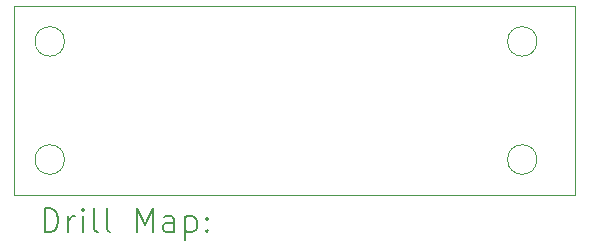
<source format=gbr>
%TF.GenerationSoftware,KiCad,Pcbnew,8.0.4*%
%TF.CreationDate,2024-08-25T20:44:00+02:00*%
%TF.ProjectId,PlayerMusic-VolumePCB,506c6179-6572-44d7-9573-69632d566f6c,rev?*%
%TF.SameCoordinates,Original*%
%TF.FileFunction,Drillmap*%
%TF.FilePolarity,Positive*%
%FSLAX45Y45*%
G04 Gerber Fmt 4.5, Leading zero omitted, Abs format (unit mm)*
G04 Created by KiCad (PCBNEW 8.0.4) date 2024-08-25 20:44:00*
%MOMM*%
%LPD*%
G01*
G04 APERTURE LIST*
%ADD10C,0.050000*%
%ADD11C,0.200000*%
G04 APERTURE END LIST*
D10*
X0Y0D02*
X4750000Y0D01*
X4750000Y-1600000D01*
X0Y-1600000D01*
X0Y0D01*
X425000Y-1300000D02*
G75*
G02*
X175000Y-1300000I-125000J0D01*
G01*
X175000Y-1300000D02*
G75*
G02*
X425000Y-1300000I125000J0D01*
G01*
X4425000Y-1300000D02*
G75*
G02*
X4175000Y-1300000I-125000J0D01*
G01*
X4175000Y-1300000D02*
G75*
G02*
X4425000Y-1300000I125000J0D01*
G01*
X425000Y-300000D02*
G75*
G02*
X175000Y-300000I-125000J0D01*
G01*
X175000Y-300000D02*
G75*
G02*
X425000Y-300000I125000J0D01*
G01*
X4425000Y-300000D02*
G75*
G02*
X4175000Y-300000I-125000J0D01*
G01*
X4175000Y-300000D02*
G75*
G02*
X4425000Y-300000I125000J0D01*
G01*
D11*
X258277Y-1913984D02*
X258277Y-1713984D01*
X258277Y-1713984D02*
X305896Y-1713984D01*
X305896Y-1713984D02*
X334467Y-1723508D01*
X334467Y-1723508D02*
X353515Y-1742555D01*
X353515Y-1742555D02*
X363039Y-1761603D01*
X363039Y-1761603D02*
X372562Y-1799698D01*
X372562Y-1799698D02*
X372562Y-1828269D01*
X372562Y-1828269D02*
X363039Y-1866365D01*
X363039Y-1866365D02*
X353515Y-1885412D01*
X353515Y-1885412D02*
X334467Y-1904460D01*
X334467Y-1904460D02*
X305896Y-1913984D01*
X305896Y-1913984D02*
X258277Y-1913984D01*
X458277Y-1913984D02*
X458277Y-1780650D01*
X458277Y-1818746D02*
X467801Y-1799698D01*
X467801Y-1799698D02*
X477324Y-1790174D01*
X477324Y-1790174D02*
X496372Y-1780650D01*
X496372Y-1780650D02*
X515420Y-1780650D01*
X582086Y-1913984D02*
X582086Y-1780650D01*
X582086Y-1713984D02*
X572563Y-1723508D01*
X572563Y-1723508D02*
X582086Y-1733031D01*
X582086Y-1733031D02*
X591610Y-1723508D01*
X591610Y-1723508D02*
X582086Y-1713984D01*
X582086Y-1713984D02*
X582086Y-1733031D01*
X705896Y-1913984D02*
X686848Y-1904460D01*
X686848Y-1904460D02*
X677324Y-1885412D01*
X677324Y-1885412D02*
X677324Y-1713984D01*
X810658Y-1913984D02*
X791610Y-1904460D01*
X791610Y-1904460D02*
X782086Y-1885412D01*
X782086Y-1885412D02*
X782086Y-1713984D01*
X1039229Y-1913984D02*
X1039229Y-1713984D01*
X1039229Y-1713984D02*
X1105896Y-1856841D01*
X1105896Y-1856841D02*
X1172563Y-1713984D01*
X1172563Y-1713984D02*
X1172563Y-1913984D01*
X1353515Y-1913984D02*
X1353515Y-1809222D01*
X1353515Y-1809222D02*
X1343991Y-1790174D01*
X1343991Y-1790174D02*
X1324944Y-1780650D01*
X1324944Y-1780650D02*
X1286848Y-1780650D01*
X1286848Y-1780650D02*
X1267801Y-1790174D01*
X1353515Y-1904460D02*
X1334467Y-1913984D01*
X1334467Y-1913984D02*
X1286848Y-1913984D01*
X1286848Y-1913984D02*
X1267801Y-1904460D01*
X1267801Y-1904460D02*
X1258277Y-1885412D01*
X1258277Y-1885412D02*
X1258277Y-1866365D01*
X1258277Y-1866365D02*
X1267801Y-1847317D01*
X1267801Y-1847317D02*
X1286848Y-1837793D01*
X1286848Y-1837793D02*
X1334467Y-1837793D01*
X1334467Y-1837793D02*
X1353515Y-1828269D01*
X1448753Y-1780650D02*
X1448753Y-1980650D01*
X1448753Y-1790174D02*
X1467801Y-1780650D01*
X1467801Y-1780650D02*
X1505896Y-1780650D01*
X1505896Y-1780650D02*
X1524943Y-1790174D01*
X1524943Y-1790174D02*
X1534467Y-1799698D01*
X1534467Y-1799698D02*
X1543991Y-1818746D01*
X1543991Y-1818746D02*
X1543991Y-1875888D01*
X1543991Y-1875888D02*
X1534467Y-1894936D01*
X1534467Y-1894936D02*
X1524943Y-1904460D01*
X1524943Y-1904460D02*
X1505896Y-1913984D01*
X1505896Y-1913984D02*
X1467801Y-1913984D01*
X1467801Y-1913984D02*
X1448753Y-1904460D01*
X1629705Y-1894936D02*
X1639229Y-1904460D01*
X1639229Y-1904460D02*
X1629705Y-1913984D01*
X1629705Y-1913984D02*
X1620182Y-1904460D01*
X1620182Y-1904460D02*
X1629705Y-1894936D01*
X1629705Y-1894936D02*
X1629705Y-1913984D01*
X1629705Y-1790174D02*
X1639229Y-1799698D01*
X1639229Y-1799698D02*
X1629705Y-1809222D01*
X1629705Y-1809222D02*
X1620182Y-1799698D01*
X1620182Y-1799698D02*
X1629705Y-1790174D01*
X1629705Y-1790174D02*
X1629705Y-1809222D01*
M02*

</source>
